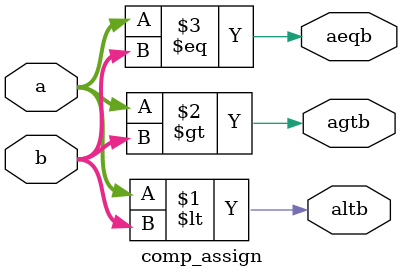
<source format=v>
module comp_assign(a, b, agtb, altb, aeqb);
    input  [3:0] a, b;
    output       altb, agtb, aeqb;

    assign altb = (a < b);
    assign agtb = (a > b);
    assign aeqb = (a == b);
     
endmodule
</source>
